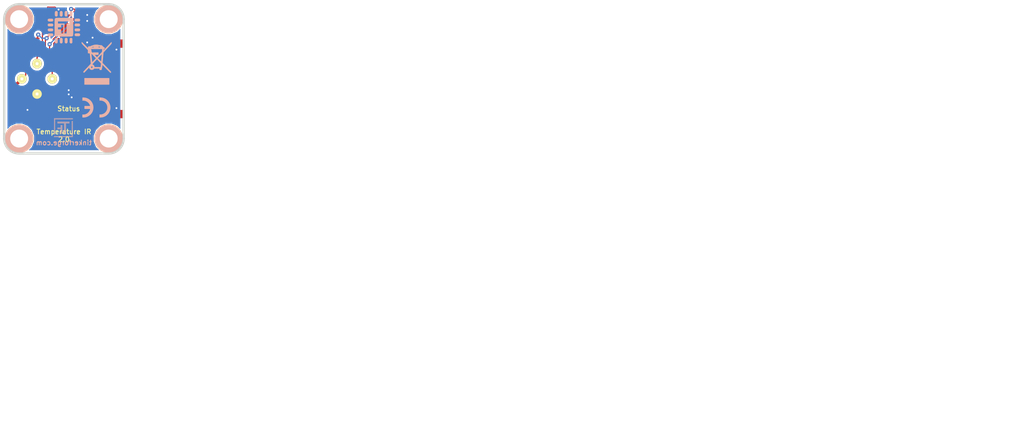
<source format=kicad_pcb>
(kicad_pcb (version 20221018) (generator pcbnew)
  (title_block (title "Temperature IR Bricklet") (date "2017-10-18") (rev "2.0") (company "Tinkerforge GmbH") (comment 1 "Licensed under CERN OHL v.1.1") (comment 2 "Copyright (©) 2017, B.Nordmeyer <bastian@tinkerforge.com>"))
  (layers (0 "F.Cu" signal "Vorderseite") (31 "B.Cu" signal "Rückseite") (34 "B.Paste" user) (35 "F.Paste" user) (36 "B.SilkS" user "B.Silkscreen") (37 "F.SilkS" user "F.Silkscreen") (38 "B.Mask" user) (39 "F.Mask" user) (44 "Edge.Cuts" user))
  (net 0 "")
  (net 1 "GND")
  (net 2 "SCL")
  (net 3 "SDA")
  (net 4 "VCC")
  (net 5 "Net-(P1-Pad6)")
  (net 6 "Net-(C2-Pad1)")
  (net 7 "Net-(D1-Pad2)")
  (net 8 "Net-(P1-Pad4)")
  (net 9 "Net-(P1-Pad5)")
  (net 10 "Net-(P2-Pad1)")
  (net 11 "Net-(P3-Pad2)")
  (net 12 "Net-(R1-Pad1)")
  (net 13 "S-MISO")
  (net 14 "S-MOSI")
  (net 15 "S-CLK")
  (net 16 "S-CS")
  (net 17 "+5V")
  (net 18 "Net-(RP2-Pad6)")
  (net 19 "Net-(RP2-Pad7)")
  (net 20 "Net-(U1-Pad2)")
  (net 21 "Net-(U1-Pad3)")
  (net 22 "Net-(U1-Pad4)")
  (net 23 "Net-(U1-Pad5)")
  (net 24 "Net-(U1-Pad6)")
  (net 25 "Net-(U1-Pad8)")
  (net 26 "Net-(U1-Pad11)")
  (net 27 "Net-(U1-Pad12)")
  (net 28 "Net-(U1-Pad13)")
  (net 29 "Net-(U1-Pad14)")
  (net 30 "Net-(U1-Pad18)")
  (net 31 "Net-(U1-Pad20)")
  (net 32 "Net-(U1-Pad21)")
  (footprint "kicad-libraries:DRILL_NP" (layer "F.Cu") (at 115.88 117.26)
    (fp_text reference "U4" hide)
    (fp_text value "DRILL" hide)
    (pad "" np_thru_hole circle (at 0 0) (size 2.99974 2.99974) (drill 2.99974) (layers "*.Cu" "*.Mask" "F.SilkS") (clearance 0.89916))
  )
  (footprint "kicad-libraries:DRILL_NP" (layer "F.Cu") (at 130.88 117.26 90)
    (fp_text reference "U7" hide)
    (fp_text value "DRILL" hide)
    (pad "" np_thru_hole circle (at 0 0 90) (size 2.99974 2.99974) (drill 2.99974) (layers "*.Cu" "*.Mask" "F.SilkS") (clearance 0.89916))
  )
  (footprint "kicad-libraries:TO-39" (layer "F.Cu") (at 118.88 107.26 180)
    (fp_text reference "U2")
    (fp_text value "MLX90614")
    (pad "1" thru_hole circle (at -2.54 0 180) (size 1.6002 1.6002) (drill 0.50038) (layers "*.Cu" "*.Mask" "F.SilkS") (net 2 "SCL"))
    (pad "2" thru_hole circle (at 0 2.54 180) (size 1.6002 1.6002) (drill 0.50038) (layers "*.Cu" "*.Mask" "F.SilkS") (net 3 "SDA"))
    (pad "3" thru_hole circle (at 2.54 0 180) (size 1.6002 1.6002) (drill 0.50038) (layers "*.Cu" "*.Mask" "F.SilkS") (net 4 "VCC"))
    (pad "4" thru_hole circle (at 0 -2.54 180) (size 1.6002 1.6002) (drill 0.50038) (layers "*.Cu" "*.Mask" "F.SilkS") (net 1 "GND"))
  )
  (footprint "kicad-libraries:Fiducial_Mark" (layer "F.Cu") (at 119.88 118.26)
    (fp_text reference "Fiducial_Mark" hide)
    (fp_text value "VAL**" hide)
    (pad "1" smd circle (at 0 0) (size 1.00076 1.00076) (layers "F.Cu" "F.Paste" "F.Mask") (clearance 0.65024))
  )
  (footprint "kicad-libraries:Fiducial_Mark" (layer "F.Cu") (at 131.88 104.26)
    (fp_text reference "Fiducial_Mark" hide)
    (fp_text value "VAL**" hide)
    (pad "1" smd circle (at 0 0) (size 1.00076 1.00076) (layers "F.Cu" "F.Paste" "F.Mask") (clearance 0.65024))
  )
  (footprint "kicad-libraries:DRILL_NP" (layer "F.Cu") (at 130.88 97.26 90)
    (fp_text reference "U5" hide)
    (fp_text value "DRILL" hide)
    (pad "" np_thru_hole circle (at 0 0 90) (size 2.99974 2.99974) (drill 2.99974) (layers "*.Cu" "*.Mask" "F.SilkS") (clearance 0.89916))
  )
  (footprint "kicad-libraries:DRILL_NP" (layer "F.Cu") (at 115.88 97.26)
    (fp_text reference "U6" hide)
    (fp_text value "DRILL" hide)
    (pad "" np_thru_hole circle (at 0 0) (size 2.99974 2.99974) (drill 2.99974) (layers "*.Cu" "*.Mask" "F.SilkS") (clearance 0.89916))
  )
  (footprint "kicad-libraries:C0805" (layer "F.Cu") (at 126.68 108.76 -90)
    (fp_text reference "C1")
    (fp_text value "10uF")
    (pad "1" smd rect (at -1.00076 0 270) (size 1.00076 1.24968) (layers "F.Cu" "F.Paste" "F.Mask") (net 4 "VCC") (clearance 0.14986))
    (pad "2" smd rect (at 1.00076 0 270) (size 1.00076 1.24968) (layers "F.Cu" "F.Paste" "F.Mask") (net 1 "GND") (clearance 0.14986))
  )
  (footprint "kicad-libraries:C0603F" (layer "F.Cu") (at 124.98 108.76 90)
    (fp_text reference "C3")
    (fp_text value "1uF")
    (pad "1" smd rect (at -0.75 0 90) (size 0.9 0.9) (layers "F.Cu" "F.Paste" "F.Mask") (net 1 "GND"))
    (pad "2" smd rect (at 0.75 0 90) (size 0.9 0.9) (layers "F.Cu" "F.Paste" "F.Mask") (net 4 "VCC"))
  )
  (footprint "kicad-libraries:C0603F" (layer "F.Cu") (at 126.08 96.56 -45)
    (fp_text reference "C4")
    (fp_text value "100nF")
    (pad "1" smd rect (at -0.75 0 315) (size 0.9 0.9) (layers "F.Cu" "F.Paste" "F.Mask") (net 4 "VCC"))
    (pad "2" smd rect (at 0.75 0 315) (size 0.9 0.9) (layers "F.Cu" "F.Paste" "F.Mask") (net 1 "GND"))
  )
  (footprint "kicad-libraries:C0603F" (layer "F.Cu") (at 115.78 112.46)
    (fp_text reference "C5")
    (fp_text value "100nF")
    (pad "1" smd rect (at -0.75 0) (size 0.9 0.9) (layers "F.Cu" "F.Paste" "F.Mask") (net 4 "VCC"))
    (pad "2" smd rect (at 0.75 0) (size 0.9 0.9) (layers "F.Cu" "F.Paste" "F.Mask") (net 1 "GND"))
  )
  (footprint "kicad-libraries:CON-SENSOR2" (layer "F.Cu") (at 133.38 107.26 90)
    (fp_text reference "P1")
    (fp_text value "CON-SENSOR2")
    (pad "1" smd rect (at -3.75 -4.6 90) (size 0.6 1.8) (layers "F.Cu" "F.Paste" "F.Mask") (net 17 "+5V"))
    (pad "2" smd rect (at -2.5 -4.6 90) (size 0.6 1.8) (layers "F.Cu" "F.Paste" "F.Mask") (net 1 "GND"))
    (pad "3" smd rect (at -1.25 -4.6 90) (size 0.6 1.8) (layers "F.Cu" "F.Paste" "F.Mask") (net 4 "VCC"))
    (pad "4" smd rect (at 0 -4.6 90) (size 0.6 1.8) (layers "F.Cu" "F.Paste" "F.Mask") (net 8 "Net-(P1-Pad4)"))
    (pad "5" smd rect (at 1.25 -4.6 90) (size 0.6 1.8) (layers "F.Cu" "F.Paste" "F.Mask") (net 9 "Net-(P1-Pad5)"))
    (pad "6" smd rect (at 2.5 -4.6 90) (size 0.6 1.8) (layers "F.Cu" "F.Paste" "F.Mask") (net 5 "Net-(P1-Pad6)"))
    (pad "7" smd rect (at 3.75 -4.6 90) (size 0.6 1.8) (layers "F.Cu" "F.Paste" "F.Mask") (net 6 "Net-(C2-Pad1)"))
    (pad "EP" smd rect (at -5.9 -1.2 90) (size 1.4 2.4) (layers "F.Cu" "F.Paste" "F.Mask") (net 1 "GND"))
    (pad "EP" smd rect (at 5.9 -1.2 90) (size 1.4 2.4) (layers "F.Cu" "F.Paste" "F.Mask") (net 1 "GND"))
  )
  (footprint "kicad-libraries:DEBUG_PAD" (layer "F.Cu") (at 119.68 97.16)
    (fp_text reference "P2")
    (fp_text value "DEBUG")
    (pad "1" smd circle (at 0 0) (size 0.7 0.7) (layers "F.Cu" "F.Paste" "F.Mask") (net 10 "Net-(P2-Pad1)"))
  )
  (footprint "kicad-libraries:SolderJumper" (layer "F.Cu") (at 121.28 95.86 -90)
    (fp_text reference "P3")
    (fp_text value "BOOT")
    (pad "1" smd rect (at -0.5 0 270) (size 0.4 1.4) (layers "F.Cu" "F.Mask") (net 1 "GND"))
    (pad "1" smd rect (at -0.225 -0.55 270) (size 0.95 0.3) (layers "F.Cu" "F.Mask") (net 1 "GND"))
    (pad "1" smd rect (at -0.225 0.55 270) (size 0.95 0.3) (layers "F.Cu" "F.Mask") (net 1 "GND"))
    (pad "2" smd rect (at 0.15 0 270) (size 0.6 0.5) (layers "F.Cu" "F.Mask") (net 11 "Net-(P3-Pad2)"))
    (pad "2" smd rect (at 0.55 0 270) (size 0.3 1.4) (layers "F.Cu" "F.Mask") (net 11 "Net-(P3-Pad2)"))
  )
  (footprint "kicad-libraries:R0603F" (layer "F.Cu") (at 125.98 113.76 180)
    (fp_text reference "R1")
    (fp_text value "10k")
    (pad "1" smd rect (at -0.75 0 180) (size 0.9 0.9) (layers "F.Cu" "F.Paste" "F.Mask") (net 12 "Net-(R1-Pad1)"))
    (pad "2" smd rect (at 0.75 0 180) (size 0.9 0.9) (layers "F.Cu" "F.Paste" "F.Mask") (net 7 "Net-(D1-Pad2)"))
  )
  (footprint "kicad-libraries:4X0402" (layer "F.Cu") (at 125.78 104.16 90)
    (fp_text reference "RP1")
    (fp_text value "82")
    (pad "1" smd rect (at -0.7493 0.575 270) (size 0.29972 0.65) (layers "F.Cu" "F.Paste" "F.Mask") (net 8 "Net-(P1-Pad4)"))
    (pad "2" smd rect (at -0.24892 0.575 270) (size 0.29972 0.65) (layers "F.Cu" "F.Paste" "F.Mask") (net 9 "Net-(P1-Pad5)"))
    (pad "3" smd rect (at 0.24892 0.575 270) (size 0.29972 0.65) (layers "F.Cu" "F.Paste" "F.Mask") (net 5 "Net-(P1-Pad6)"))
    (pad "4" smd rect (at 0.7493 0.575 270) (size 0.29972 0.65) (layers "F.Cu" "F.Paste" "F.Mask") (net 6 "Net-(C2-Pad1)"))
    (pad "5" smd rect (at 0.7493 -0.575 90) (size 0.29972 0.65) (layers "F.Cu" "F.Paste" "F.Mask") (net 13 "S-MISO"))
    (pad "6" smd rect (at 0.24892 -0.575 90) (size 0.29972 0.65) (layers "F.Cu" "F.Paste" "F.Mask") (net 14 "S-MOSI"))
    (pad "7" smd rect (at -0.24892 -0.575 90) (size 0.29972 0.65) (layers "F.Cu" "F.Paste" "F.Mask") (net 15 "S-CLK"))
    (pad "8" smd rect (at -0.7493 -0.575 90) (size 0.29972 0.65) (layers "F.Cu" "F.Paste" "F.Mask") (net 16 "S-CS"))
  )
  (footprint "kicad-libraries:QFN24-4x4mm-0.5mm" (layer "F.Cu") (at 123.48 99.16 135)
    (fp_text reference "U1")
    (fp_text value "XMC110024")
    (pad "1" smd oval (at -2.025 -1.25 135) (size 1 0.3) (layers "F.Cu" "F.Paste" "F.Mask") (net 13 "S-MISO"))
    (pad "2" smd oval (at -2.025 -0.75 135) (size 1 0.3) (layers "F.Cu" "F.Paste" "F.Mask") (net 20 "Net-(U1-Pad2)"))
    (pad "3" smd oval (at -2.025 -0.25 135) (size 1 0.3) (layers "F.Cu" "F.Paste" "F.Mask") (net 21 "Net-(U1-Pad3)"))
    (pad "4" smd oval (at -2.025 0.25 135) (size 1 0.3) (layers "F.Cu" "F.Paste" "F.Mask") (net 22 "Net-(U1-Pad4)"))
    (pad "5" smd oval (at -2.025 0.75 135) (size 1 0.3) (layers "F.Cu" "F.Paste" "F.Mask") (net 23 "Net-(U1-Pad5)"))
    (pad "6" smd oval (at -2.025 1.25 135) (size 1 0.3) (layers "F.Cu" "F.Paste" "F.Mask") (net 24 "Net-(U1-Pad6)"))
    (pad "7" smd oval (at -1.25 2.025 225) (size 1 0.3) (layers "F.Cu" "F.Paste" "F.Mask") (net 12 "Net-(R1-Pad1)"))
    (pad "8" smd oval (at -0.75 2.025 225) (size 1 0.3) (layers "F.Cu" "F.Paste" "F.Mask") (net 25 "Net-(U1-Pad8)"))
    (pad "9" smd oval (at -0.25 2.025 225) (size 1 0.3) (layers "F.Cu" "F.Paste" "F.Mask") (net 1 "GND"))
    (pad "10" smd oval (at 0.25 2.025 225) (size 1 0.3) (layers "F.Cu" "F.Paste" "F.Mask") (net 4 "VCC"))
    (pad "11" smd oval (at 0.75 2.025 225) (size 1 0.3) (layers "F.Cu" "F.Paste" "F.Mask") (net 26 "Net-(U1-Pad11)"))
    (pad "12" smd oval (at 1.25 2.025 225) (size 1 0.3) (layers "F.Cu" "F.Paste" "F.Mask") (net 27 "Net-(U1-Pad12)"))
    (pad "13" smd oval (at 2.025 1.25 135) (size 1 0.3) (layers "F.Cu" "F.Paste" "F.Mask") (net 28 "Net-(U1-Pad13)"))
    (pad "14" smd oval (at 2.025 0.75 135) (size 1 0.3) (layers "F.Cu" "F.Paste" "F.Mask") (net 29 "Net-(U1-Pad14)"))
    (pad "15" smd oval (at 2.025 0.25 135) (size 1 0.3) (layers "F.Cu" "F.Paste" "F.Mask") (net 11 "Net-(P3-Pad2)"))
    (pad "16" smd oval (at 2.025 -0.25 135) (size 1 0.3) (layers "F.Cu" "F.Paste" "F.Mask") (net 10 "Net-(P2-Pad1)"))
    (pad "17" smd oval (at 2.025 -0.75 135) (size 1 0.3) (layers "F.Cu" "F.Paste" "F.Mask") (net 3 "SDA"))
    (pad "18" smd oval (at 2.025 -1.25 135) (size 1 0.3) (layers "F.Cu" "F.Paste" "F.Mask") (net 30 "Net-(U1-Pad18)"))
    (pad "19" smd oval (at 1.25 -2.025 225) (size 1 0.3) (layers "F.Cu" "F.Paste" "F.Mask") (net 2 "SCL"))
    (pad "20" smd oval (at 0.75 -2.025 225) (size 1 0.3) (layers "F.Cu" "F.Paste" "F.Mask") (net 31 "Net-(U1-Pad20)"))
    (pad "21" smd oval (at 0.25 -2.025 225) (size 1 0.3) (layers "F.Cu" "F.Paste" "F.Mask") (net 32 "Net-(U1-Pad21)"))
    (pad "22" smd oval (at -0.25 -2.025 225) (size 1 0.3) (layers "F.Cu" "F.Paste" "F.Mask") (net 16 "S-CS"))
    (pad "23" smd oval (at -0.75 -2.025 225) (size 1 0.3) (layers "F.Cu" "F.Paste" "F.Mask") (net 15 "S-CLK"))
    (pad "24" smd oval (at -1.25 -2.025 225) (size 1 0.3) (layers "F.Cu" "F.Paste" "F.Mask") (net 14 "S-MOSI"))
    (pad "EXP" smd rect (at -0.65 -0.65 135) (size 1.3 1.3) (layers "F.Cu" "F.Paste" "F.Mask") (net 1 "GND"))
    (pad "EXP" smd rect (at -0.65 0.65 135) (size 1.3 1.3) (layers "F.Cu" "F.Paste" "F.Mask") (net 1 "GND"))
    (pad "EXP" smd rect (at 0.65 -0.65 135) (size 1.3 1.3) (layers "F.Cu" "F.Paste" "F.Mask") (net 1 "GND"))
    (pad "EXP" smd rect (at 0.65 0.65 135) (size 1.3 1.3) (layers "F.Cu" "F.Paste" "F.Mask") (net 1 "GND"))
  )
  (footprint "kicad-libraries:4X0402" (layer "F.Cu") (at 118.38 101.26 -90)
    (fp_text reference "RP2")
    (fp_text value "2k2")
    (pad "1" smd rect (at -0.7493 0.575 90) (size 0.29972 0.65) (layers "F.Cu" "F.Paste" "F.Mask") (net 4 "VCC"))
    (pad "2" smd rect (at -0.24892 0.575 90) (size 0.29972 0.65) (layers "F.Cu" "F.Paste" "F.Mask") (net 4 "VCC"))
    (pad "3" smd rect (at 0.24892 0.575 90) (size 0.29972 0.65) (layers "F.Cu" "F.Paste" "F.Mask") (net 4 "VCC"))
    (pad "4" smd rect (at 0.7493 0.575 90) (size 0.29972 0.65) (layers "F.Cu" "F.Paste" "F.Mask") (net 4 "VCC"))
    (pad "5" smd rect (at 0.7493 -0.575 270) (size 0.29972 0.65) (layers "F.Cu" "F.Paste" "F.Mask") (net 3 "SDA"))
    (pad "6" smd rect (at 0.24892 -0.575 270) (size 0.29972 0.65) (layers "F.Cu" "F.Paste" "F.Mask") (net 18 "Net-(RP2-Pad6)"))
    (pad "7" smd rect (at -0.24892 -0.575 270) (size 0.29972 0.65) (layers "F.Cu" "F.Paste" "F.Mask") (net 19 "Net-(RP2-Pad7)"))
    (pad "8" smd rect (at -0.7493 -0.575 270) (size 0.29972 0.65) (layers "F.Cu" "F.Paste" "F.Mask") (net 2 "SCL"))
  )
  (footprint "kicad-libraries:C0402F" (layer "F.Cu") (at 128.18 101.76 90)
    (fp_text reference "C2")
    (fp_text value "220pF")
    (pad "1" smd rect (at -0.5 0 90) (size 0.6 0.7) (layers "F.Cu" "F.Paste" "F.Mask") (net 6 "Net-(C2-Pad1)"))
    (pad "2" smd rect (at 0.5 0 90) (size 0.6 0.7) (layers "F.Cu" "F.Paste" "F.Mask") (net 1 "GND"))
  )
  (footprint "kicad-libraries:D0603F" (layer "F.Cu") (at 122.88 113.76)
    (fp_text reference "D1")
    (fp_text value "blue")
    (pad "1" smd rect (at -0.75 0) (size 0.9 0.9) (layers "F.Cu" "F.Paste" "F.Mask") (net 4 "VCC"))
    (pad "2" smd rect (at 0.75 0) (size 0.9 0.9) (layers "F.Cu" "F.Paste" "F.Mask") (net 7 "Net-(D1-Pad2)"))
  )
  (footprint "kicad-libraries:Logo_31x31" (layer "B.Cu") (at 124.88 113.86 180)
    (fp_text reference "Ref**" hide)
    (fp_text value "Val**" hide)
  )
  (footprint "kicad-libraries:WEEE_7mm" (layer "B.Cu") (at 128.88 104.66 180)
    (fp_text reference "VAL" hide)
    (fp_text value "WEEE_7mm" hide)
  )
  (footprint "kicad-libraries:CE_5mm" (layer "B.Cu") (at 128.78 112.06 180)
    (fp_text reference "VAL" hide)
    (fp_text value "CE_5mm" hide)
  )
  (footprint "kicad-libraries:Logo_CoMCU" (layer "B.Cu") (at 123.38 98.61 180)
    (fp_text reference "G***" hide)
    (fp_text value "LOGO" hide)
  )
  (gr_arc (start 133.38 117.26) (mid 132.647767 119.027767) (end 130.88 119.76) (stroke (width 0.381)) (layer "Edge.Cuts"))
  (gr_arc (start 113.38 97.26) (mid 114.112233 95.492233) (end 115.88 94.76) (stroke (width 0.381)) (layer "Edge.Cuts"))
  (gr_line (start 115.88 119.76) (end 130.88 119.76) (stroke (width 0.381)) (layer "Edge.Cuts"))
  (gr_arc (start 130.88 94.76) (mid 132.647767 95.492233) (end 133.38 97.26) (stroke (width 0.381)) (layer "Edge.Cuts"))
  (gr_line (start 133.38 97.26) (end 133.38 117.26) (stroke (width 0.381)) (layer "Edge.Cuts"))
  (gr_line (start 115.88 94.76) (end 130.88 94.76) (stroke (width 0.381)) (layer "Edge.Cuts"))
  (gr_arc (start 115.88 119.76) (mid 114.112233 119.027767) (end 113.38 117.26) (stroke (width 0.381)) (layer "Edge.Cuts"))
  (gr_line (start 113.38 117.26) (end 113.38 97.26) (stroke (width 0.381)) (layer "Edge.Cuts"))
  (gr_text "tinkerforge.com" (at 123.38 117.96) (layer "B.SilkS") (effects (font (size 0.8001 0.8001) (thickness 0.14986)) (justify mirror)))
  (gr_text "Temperature IR\n2.0" (at 123.38 116.76) (layer "F.SilkS") (effects (font (size 0.8001 0.8001) (thickness 0.14986))))
  (gr_text "Status" (at 124.18 112.26) (layer "F.SilkS") (effects (font (size 0.8001 0.8001) (thickness 0.14986))))
  (segment (start 119.42 109.8) (end 118.88 109.8) (width 0.2) (layer "F.Cu") (net 1))
  (segment (start 125.903223 97.09033) (end 126.61033 97.09033) (width 0.3) (layer "F.Cu") (net 1))
  (segment (start 126.68076 109.76) (end 126.68 109.76076) (width 0.5) (layer "F.Cu") (net 1))
  (segment (start 125.88076 109.76076) (end 125.63 109.51) (width 0.5) (layer "F.Cu") (net 1))
  (segment (start 125.63 109.51) (end 124.98 109.51) (width 0.5) (layer "F.Cu") (net 1))
  (segment (start 127.33 101.11) (end 127.28 101.16) (width 0.5) (layer "F.Cu") (net 1))
  (segment (start 124.53 109.51) (end 124.18 109.16) (width 0.5) (layer "F.Cu") (net 1))
  (segment (start 124.53 109.51) (end 124.18 109.86) (width 0.5) (layer "F.Cu") (net 1))
  (segment (start 124.98 110.06) (end 124.68 110.36) (width 0.5) (layer "F.Cu") (net 1))
  (segment (start 127.08 97.56) (end 127.28 97.56) (width 0.5) (layer "F.Cu") (net 1))
  (segment (start 127.14066 96.56) (end 127.28 96.56) (width 0.5) (layer "F.Cu") (net 1))
  (segment (start 121.98 95.36) (end 122.28 95.66) (width 0.2) (layer "F.Cu") (net 1))
  (segment (start 122.28 95.66) (end 122.48 95.66) (width 0.2) (layer "F.Cu") (net 1))
  (segment (start 124.399239 98.594314) (end 124.399239 99.16) (width 0.3) (layer "F.Cu") (net 1))
  (segment (start 120.68 95.36) (end 120.68 95.56) (width 0.2) (layer "F.Cu") (net 1))
  (segment (start 120.68 95.56) (end 120.78 95.66) (width 0.2) (layer "F.Cu") (net 1))
  (segment (start 120.78 95.66) (end 120.73 95.635) (width 0.2) (layer "F.Cu") (net 1))
  (segment (start 123.48 98.240761) (end 122.560761 99.16) (width 0.2) (layer "F.Cu") (net 1))
  (segment (start 125.088668 97.904885) (end 124.399239 98.594314) (width 0.3) (layer "F.Cu") (net 1))
  (segment (start 124.98 109.51) (end 124.98 110.06) (width 0.5) (layer "F.Cu") (net 1))
  (segment (start 132.18 113.16) (end 132.18 112.16) (width 0.5) (layer "F.Cu") (net 1))
  (segment (start 128.78 109.76) (end 126.68076 109.76) (width 0.5) (layer "F.Cu") (net 1))
  (segment (start 126.61033 97.09033) (end 127.14066 96.56) (width 0.5) (layer "F.Cu") (net 1))
  (segment (start 128.18 101.11) (end 127.33 101.11) (width 0.5) (layer "F.Cu") (net 1))
  (segment (start 124.399239 99.16) (end 123.48 98.240761) (width 0.2) (layer "F.Cu") (net 1))
  (segment (start 116.53 112.46) (end 117.28 112.46) (width 0.5) (layer "F.Cu") (net 1))
  (segment (start 121.28 95.36) (end 120.68 95.36) (width 0.2) (layer "F.Cu") (net 1))
  (segment (start 126.68 109.76076) (end 125.88076 109.76076) (width 0.5) (layer "F.Cu") (net 1))
  (segment (start 126.61033 97.09033) (end 127.08 97.56) (width 0.5) (layer "F.Cu") (net 1))
  (segment (start 123.48 100.079239) (end 124.399239 99.16) (width 0.2) (layer "F.Cu") (net 1))
  (segment (start 128.18 101.11) (end 128.18 100.36) (width 0.5) (layer "F.Cu") (net 1))
  (segment (start 124.98 109.51) (end 124.53 109.51) (width 0.5) (layer "F.Cu") (net 1))
  (segment (start 125.088668 97.904885) (end 125.903223 97.09033) (width 0.3) (layer "F.Cu") (net 1))
  (segment (start 132.18 101.36) (end 132.18 102.36) (width 0.5) (layer "F.Cu") (net 1))
  (segment (start 121.28 95.36) (end 121.98 95.36) (width 0.2) (layer "F.Cu") (net 1))
  (via (at 127.28 97.56) (size 0.7) (drill 0.3) (layers "F.Cu" "B.Cu") (net 1))
  (via (at 124.18 109.16) (size 0.7) (drill 0.3) (layers "F.Cu" "B.Cu") (net 1))
  (via (at 117.28 112.46) (size 0.7) (drill 0.3) (layers "F.Cu" "B.Cu") (net 1))
  (via (at 124.18 109.86) (size 0.7) (drill 0.3) (layers "F.Cu" "B.Cu") (net 1))
  (via (at 127.28 96.56) (size 0.7) (drill 0.3) (layers "F.Cu" "B.Cu") (net 1))
  (via (at 127.28 101.16) (size 0.7) (drill 0.3) (layers "F.Cu" "B.Cu") (net 1))
  (via (at 132.18 102.36) (size 0.7) (drill 0.3) (layers "F.Cu" "B.Cu") (net 1))
  (via (at 128.18 100.36) (size 0.7) (drill 0.3) (layers "F.Cu" "B.Cu") (net 1))
  (via (at 124.68 110.36) (size 0.7) (drill 0.3) (layers "F.Cu" "B.Cu") (net 1))
  (via (at 132.18 112.16) (size 0.7) (drill 0.3) (layers "F.Cu" "B.Cu") (net 1))
  (via (at 122.48 95.66) (size 0.7) (drill 0.3) (layers "F.Cu" "B.Cu") (net 1))
  (segment (start 121.42 104.8) (end 120.28 103.66) (width 0.2) (layer "F.Cu") (net 2))
  (segment (start 120.28 103.66) (end 120.28 100.592233) (width 0.2) (layer "F.Cu") (net 2))
  (segment (start 120.28 100.592233) (end 120.446117 100.426116) (width 0.2) (layer "F.Cu") (net 2))
  (segment (start 118.955 99.985) (end 119.08 99.86) (width 0.2) (layer "F.Cu") (net 2))
  (segment (start 120.48 100.46) (end 120.446117 100.426117) (width 0.2) (layer "F.Cu") (net 2))
  (segment (start 120.446117 100.426117) (end 120.446117 100.426116) (width 0.2) (layer "F.Cu") (net 2))
  (segment (start 120.446117 100.426116) (end 121.164225 99.708008) (width 0.2) (layer "F.Cu") (net 2))
  (segment (start 121.42 107.26) (end 121.42 104.8) (width 0.2) (layer "F.Cu") (net 2))
  (segment (start 118.955 100.5107) (end 118.955 99.985) (width 0.2) (layer "F.Cu") (net 2))
  (via (at 120.48 100.46) (size 0.7) (drill 0.3) (layers "F.Cu" "B.Cu") (net 2))
  (via (at 119.08 99.86) (size 0.7) (drill 0.3) (layers "F.Cu" "B.Cu") (net 2))
  (segment (start 119.08 99.86) (end 119.68 100.46) (width 0.2) (layer "B.Cu") (net 2))
  (segment (start 119.68 100.46) (end 120.48 100.46) (width 0.2) (layer "B.Cu") (net 2))
  (segment (start 118.88 103.66) (end 119.78 102.76) (width 0.2) (layer "F.Cu") (net 3))
  (segment (start 119.78 102.76) (end 119.78 101.56) (width 0.2) (layer "F.Cu") (net 3))
  (segment (start 119.78 98.56) (end 120.48 97.86) (width 0.2) (layer "F.Cu") (net 3))
  (segment (start 120.48 97.86) (end 121.11934 97.86) (width 0.2) (layer "F.Cu") (net 3))
  (segment (start 121.11934 97.86) (end 121.517779 98.258439) (width 0.2) (layer "F.Cu") (net 3))
  (segment (start 119.3307 102.0093) (end 119.78 101.56) (width 0.2) (layer "F.Cu") (net 3))
  (segment (start 119.78 101.56) (end 119.78 98.56) (width 0.2) (layer "F.Cu") (net 3))
  (segment (start 118.88 104.72) (end 118.88 103.66) (width 0.2) (layer "F.Cu") (net 3))
  (segment (start 118.955 102.0093) (end 119.3307 102.0093) (width 0.2) (layer "F.Cu") (net 3))
  (segment (start 125.54967 96.736777) (end 125.54967 96.02967) (width 0.3) (layer "F.Cu") (net 4))
  (segment (start 128.03 108.51) (end 127.27924 107.75924) (width 0.5) (layer "F.Cu") (net 4))
  (segment (start 127.27924 107.75924) (end 126.68 107.75924) (width 0.5) (layer "F.Cu") (net 4))
  (segment (start 125.98076 107.75924) (end 125.73 108.01) (width 0.5) (layer "F.Cu") (net 4))
  (segment (start 125.73 108.01) (end 124.98 108.01) (width 0.5) (layer "F.Cu") (net 4))
  (segment (start 123.63 108.01) (end 122.0299 109.6101) (width 0.5) (layer "F.Cu") (net 4))
  (segment (start 122.0299 109.6101) (end 122.0299 113.76) (width 0.5) (layer "F.Cu") (net 4))
  (segment (start 115.58 113.76) (end 115.03 113.21) (width 0.5) (layer "F.Cu") (net 4))
  (segment (start 115.03 113.21) (end 115.03 112.46) (width 0.5) (layer "F.Cu") (net 4))
  (segment (start 115.03 108.57) (end 116.34 107.26) (width 0.5) (layer "F.Cu") (net 4))
  (segment (start 117.2293 100.5107) (end 116.98 100.76) (width 0.2) (layer "F.Cu") (net 4))
  (segment (start 116.98 100.76) (end 116.98 101.76) (width 0.2) (layer "F.Cu") (net 4))
  (segment (start 116.98 101.76) (end 117.2293 102.0093) (width 0.2) (layer "F.Cu") (net 4))
  (segment (start 117.2293 102.0093) (end 117.805 102.0093) (width 0.2) (layer "F.Cu") (net 4))
  (segment (start 116.98 106.62) (end 116.34 107.26) (width 0.2) (layer "F.Cu") (net 4))
  (segment (start 117.23108 101.01108) (end 116.98 100.76) (width 0.2) (layer "F.Cu") (net 4))
  (segment (start 117.23108 101.50892) (end 116.98 101.76) (width 0.2) (layer "F.Cu") (net 4))
  (segment (start 125.08 95.56) (end 124.58 95.56) (width 0.2) (layer "F.Cu") (net 4))
  (segment (start 120.98 103.26) (end 124.98 107.26) (width 0.2) (layer "F.Cu") (net 4))
  (segment (start 124.98 107.26) (end 124.98 108.01) (width 0.2) (layer "F.Cu") (net 4))
  (segment (start 124.98 108.01) (end 123.63 108.01) (width 0.5) (layer "F.Cu") (net 4))
  (segment (start 124.735115 97.551332) (end 125.54967 96.736777) (width 0.3) (layer "F.Cu") (net 4))
  (segment (start 117.805 101.01108) (end 117.23108 101.01108) (width 0.2) (layer "F.Cu") (net 4))
  (segment (start 128.78 108.51) (end 128.03 108.51) (width 0.5) (layer "F.Cu") (net 4))
  (segment (start 116.98 101.76) (end 116.98 106.62) (width 0.2) (layer "F.Cu") (net 4))
  (segment (start 122.0299 113.76) (end 115.58 113.76) (width 0.5) (layer "F.Cu") (net 4))
  (segment (start 120.98 101.46) (end 120.98 103.26) (width 0.2) (layer "F.Cu") (net 4))
  (segment (start 117.805 101.50892) (end 117.23108 101.50892) (width 0.2) (layer "F.Cu") (net 4))
  (segment (start 117.805 100.5107) (end 117.2293 100.5107) (width 0.2) (layer "F.Cu") (net 4))
  (segment (start 126.68 107.75924) (end 125.98076 107.75924) (width 0.5) (layer "F.Cu") (net 4))
  (segment (start 115.03 112.46) (end 115.03 108.57) (width 0.5) (layer "F.Cu") (net 4))
  (segment (start 125.54967 96.02967) (end 125.08 95.56) (width 0.2) (layer "F.Cu") (net 4))
  (via (at 120.98 101.46) (size 0.7) (drill 0.3) (layers "F.Cu" "B.Cu") (net 4))
  (via (at 124.58 95.56) (size 0.7) (drill 0.3) (layers "F.Cu" "B.Cu") (net 4))
  (segment (start 124.58 95.56) (end 124.58 97.86) (width 0.2) (layer "B.Cu") (net 4))
  (segment (start 124.58 97.86) (end 120.98 101.46) (width 0.2) (layer "B.Cu") (net 4))
  (segment (start 128.28 104.76) (end 127.43108 103.91108) (width 0.2) (layer "F.Cu") (net 5))
  (segment (start 127.43108 103.91108) (end 126.355 103.91108) (width 0.2) (layer "F.Cu") (net 5))
  (segment (start 128.78 104.76) (end 128.28 104.76) (width 0.2) (layer "F.Cu") (net 5))
  (segment (start 126.8293 103.4107) (end 127.83 102.41) (width 0.2) (layer "F.Cu") (net 6))
  (segment (start 127.83 102.41) (end 128.18 102.41) (width 0.2) (layer "F.Cu") (net 6))
  (segment (start 128.18 102.91) (end 128.78 103.51) (width 0.2) (layer "F.Cu") (net 6))
  (segment (start 128.18 102.41) (end 128.18 102.91) (width 0.2) (layer "F.Cu") (net 6))
  (segment (start 126.355 103.4107) (end 126.8293 103.4107) (width 0.2) (layer "F.Cu") (net 6))
  (segment (start 125.58 113.76) (end 125.23 113.76) (width 0.2) (layer "F.Cu") (net 7))
  (segment (start 123.7301 113.76) (end 125.58 113.76) (width 0.2) (layer "F.Cu") (net 7))
  (segment (start 126.648958 104.9093) (end 127.08 105.340342) (width 0.2) (layer "F.Cu") (net 8))
  (segment (start 127.08 105.340342) (end 127.08 106.16) (width 0.2) (layer "F.Cu") (net 8))
  (segment (start 127.08 106.16) (end 128.18 107.26) (width 0.2) (layer "F.Cu") (net 8))
  (segment (start 128.18 107.26) (end 128.78 107.26) (width 0.2) (layer "F.Cu") (net 8))
  (segment (start 126.355 104.9093) (end 126.648958 104.9093) (width 0.2) (layer "F.Cu") (net 8))
  (segment (start 127.02892 104.40892) (end 127.58 104.96) (width 0.2) (layer "F.Cu") (net 9))
  (segment (start 127.58 104.96) (end 127.58 105.76) (width 0.2) (layer "F.Cu") (net 9))
  (segment (start 127.58 105.76) (end 127.83 106.01) (width 0.2) (layer "F.Cu") (net 9))
  (segment (start 127.83 106.01) (end 128.78 106.01) (width 0.2) (layer "F.Cu") (net 9))
  (segment (start 126.355 104.40892) (end 127.02892 104.40892) (width 0.2) (layer "F.Cu") (net 9))
  (segment (start 121.126447 97.16) (end 119.68 97.16) (width 0.2) (layer "F.Cu") (net 10))
  (segment (start 121.871332 97.904885) (end 121.126447 97.16) (width 0.2) (layer "F.Cu") (net 10))
  (segment (start 121.28 96.606447) (end 121.28 96.41) (width 0.2) (layer "F.Cu") (net 11))
  (segment (start 122.224885 97.551332) (end 121.28 96.606447) (width 0.2) (layer "F.Cu") (net 11))
  (segment (start 121.28 96.41) (end 121.28 96.01) (width 0.2) (layer "F.Cu") (net 11))
  (segment (start 128.38 113.76) (end 130.18 111.96) (width 0.2) (layer "F.Cu") (net 12))
  (segment (start 130.18 111.96) (end 130.18 101.16) (width 0.2) (layer "F.Cu") (net 12))
  (segment (start 130.18 101.16) (end 127.28 98.26) (width 0.2) (layer "F.Cu") (net 12))
  (segment (start 127.28 98.26) (end 126.147767 98.26) (width 0.2) (layer "F.Cu") (net 12))
  (segment (start 126.147767 98.26) (end 125.795775 98.611992) (width 0.2) (layer "F.Cu") (net 12))
  (segment (start 126.73 113.76) (end 128.38 113.76) (width 0.2) (layer "F.Cu") (net 12))
  (segment (start 124.8307 103.4107) (end 124.48 103.06) (width 0.2) (layer "F.Cu") (net 13))
  (segment (start 124.48 103.06) (end 124.48 101.927767) (width 0.2) (layer "F.Cu") (net 13))
  (segment (start 124.48 101.927767) (end 124.028008 101.475775) (width 0.2) (layer "F.Cu") (net 13))
  (segment (start 125.205 103.4107) (end 124.8307 103.4107) (width 0.2) (layer "F.Cu") (net 13))
  (segment (start 123.93108 103.91108) (end 122.58 102.56) (width 0.2) (layer "F.Cu") (net 14))
  (segment (start 122.58 102.56) (end 122.58 101.827767) (width 0.2) (layer "F.Cu") (net 14))
  (segment (start 122.58 101.827767) (end 122.931992 101.475775) (width 0.2) (layer "F.Cu") (net 14))
  (segment (start 125.205 103.91108) (end 123.93108 103.91108) (width 0.2) (layer "F.Cu") (net 14))
  (segment (start 123.72892 104.40892) (end 122.08 102.76) (width 0.2) (layer "F.Cu") (net 15))
  (segment (start 122.08 102.76) (end 122.08 101.62066) (width 0.2) (layer "F.Cu") (net 15))
  (segment (start 122.08 101.62066) (end 122.578439 101.122221) (width 0.2) (layer "F.Cu") (net 15))
  (segment (start 125.205 104.40892) (end 123.72892 104.40892) (width 0.2) (layer "F.Cu") (net 15))
  (segment (start 123.5293 104.9093) (end 121.68 103.06) (width 0.2) (layer "F.Cu") (net 16))
  (segment (start 121.68 103.06) (end 121.68 101.313553) (width 0.2) (layer "F.Cu") (net 16))
  (segment (start 121.68 101.313553) (end 122.224885 100.768668) (width 0.2) (layer "F.Cu") (net 16))
  (segment (start 125.205 104.9093) (end 123.5293 104.9093) (width 0.2) (layer "F.Cu") (net 16))
  (zone (net 1) (net_name "GND") (layer "B.Cu") (connect_pads yes (clearance 0.25)) (min_thickness 0.22) (fill yes (thermal_gap 0.25) (thermal_bridge_width 0.25))
    (polygon (pts (xy 133.38 119.76) (xy 113.38 119.76) (xy 113.38 94.76) (xy 133.38 94.76)))
  )
)
</source>
